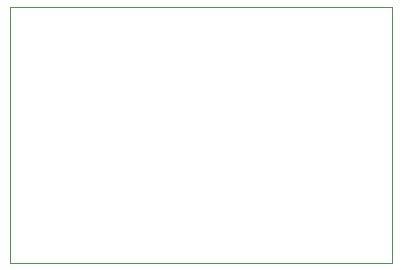
<source format=gbr>
%TF.GenerationSoftware,KiCad,Pcbnew,6.0.5-a6ca702e91~116~ubuntu20.04.1*%
%TF.CreationDate,2022-05-07T22:14:54-05:00*%
%TF.ProjectId,Ebyte_E28-2G4M27S_2_4GHz_LoRa_v001,45627974-655f-4453-9238-2d3247344d32,rev?*%
%TF.SameCoordinates,Original*%
%TF.FileFunction,Profile,NP*%
%FSLAX46Y46*%
G04 Gerber Fmt 4.6, Leading zero omitted, Abs format (unit mm)*
G04 Created by KiCad (PCBNEW 6.0.5-a6ca702e91~116~ubuntu20.04.1) date 2022-05-07 22:14:54*
%MOMM*%
%LPD*%
G01*
G04 APERTURE LIST*
%TA.AperFunction,Profile*%
%ADD10C,0.100000*%
%TD*%
G04 APERTURE END LIST*
D10*
X137700000Y-75900000D02*
X170000000Y-75900000D01*
X170000000Y-75900000D02*
X170000000Y-97600000D01*
X170000000Y-97600000D02*
X137700000Y-97600000D01*
X137700000Y-97600000D02*
X137700000Y-75900000D01*
M02*

</source>
